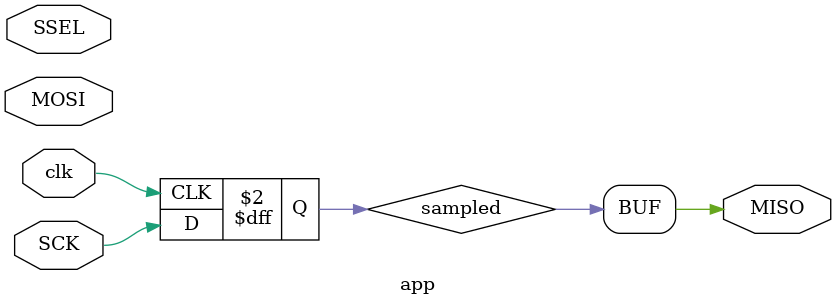
<source format=v>
module app (
    input wire clk,
    input wire SSEL,
    input wire MOSI,
    input wire SCK,
    output wire MISO
);

reg sampled;
assign MISO = sampled;
always @(posedge clk)
begin
  sampled <= SCK;
end

endmodule

</source>
